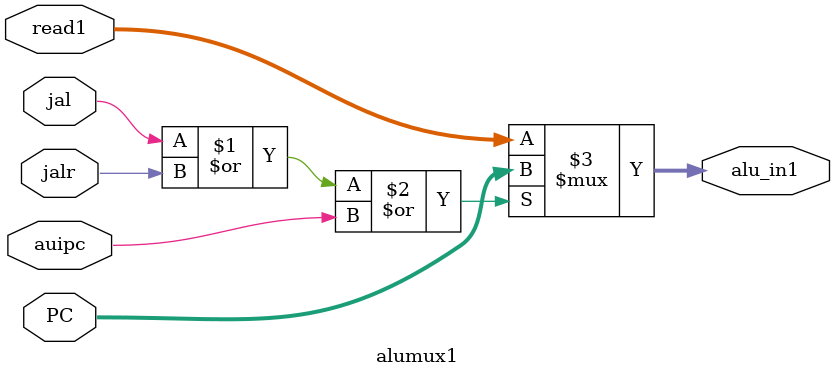
<source format=v>
`timescale 1ns / 1ps


module alumux1(
    input [31:0]read1,
    input [31:0]PC,
    input jal,
    input jalr,
    input auipc,

    output [31:0]alu_in1 
    );

    assign alu_in1 = (jal|jalr|auipc) ? PC : read1;
endmodule

</source>
